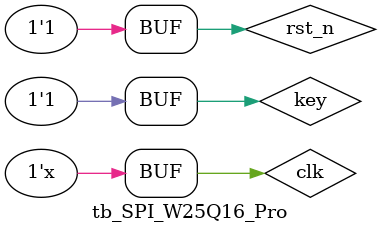
<source format=sv>

`timescale 1ns/1ps
module tb_SPI_W25Q16_Pro (); /* this is automatically generated */

	reg clk;
	reg rst_n;

	// (*NOTE*) replace reset, clock, others
	reg  key;
	wire  spi_clk;
	wire  cs;
	wire  spi_mosi;

	initial begin
		clk <= 1'd0;
		rst_n <= 1'd0;
		#14
		rst_n <= 1'd1;
	end

	always #10 clk <= ~clk;

	initial begin
		key = 1'd1;
		#200
		key = 1'd0;
		#20_001_000
		key = 1'd1;
	end

	SPI_W25Q16_Pro inst_SPI_W25Q16_Pro
		(
			.clk      (clk),
			.rst_n    (rst_n),
			.key      (key),
			.spi_clk  (spi_clk),
			.cs       (cs),
			.spi_mosi (spi_mosi)
		);

endmodule

</source>
